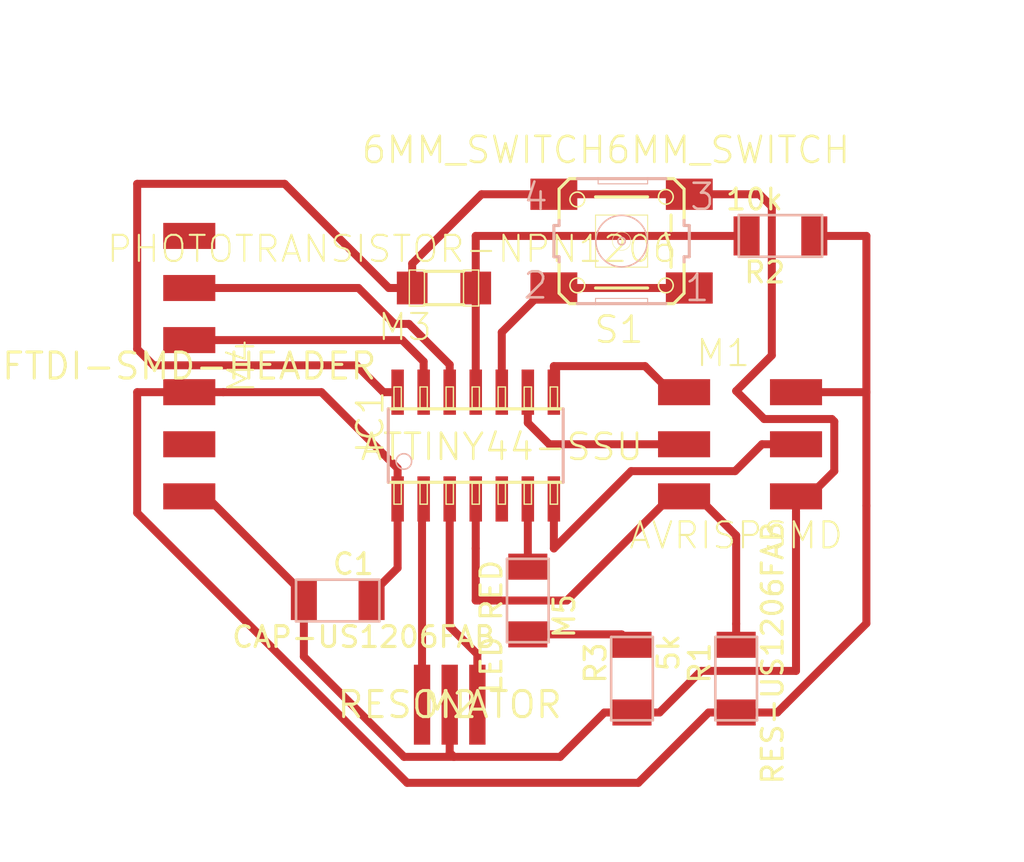
<source format=kicad_pcb>
(kicad_pcb (version 20171130) (host pcbnew "(5.0.2)-1")

  (general
    (thickness 1.6)
    (drawings 5)
    (tracks 105)
    (zones 0)
    (modules 11)
    (nets 18)
  )

  (page A4)
  (layers
    (0 F.Cu signal)
    (31 B.Cu signal hide)
    (32 B.Adhes user hide)
    (33 F.Adhes user hide)
    (34 B.Paste user hide)
    (35 F.Paste user hide)
    (36 B.SilkS user)
    (37 F.SilkS user)
    (38 B.Mask user)
    (39 F.Mask user)
    (40 Dwgs.User user)
    (41 Cmts.User user)
    (42 Eco1.User user)
    (43 Eco2.User user)
    (44 Edge.Cuts user)
    (45 Margin user)
    (46 B.CrtYd user hide)
    (47 F.CrtYd user hide)
    (48 B.Fab user hide)
    (49 F.Fab user hide)
  )

  (setup
    (last_trace_width 0.4064)
    (user_trace_width 0.8)
    (user_trace_width 1.2)
    (trace_clearance 0.4)
    (zone_clearance 0.508)
    (zone_45_only no)
    (trace_min 0.39)
    (segment_width 0.2)
    (edge_width 0.15)
    (via_size 2)
    (via_drill 0.8)
    (via_min_size 2)
    (via_min_drill 0.8)
    (uvia_size 0.3)
    (uvia_drill 0.1)
    (uvias_allowed no)
    (uvia_min_size 0.2)
    (uvia_min_drill 0.1)
    (pcb_text_width 0.3)
    (pcb_text_size 1.5 1.5)
    (mod_edge_width 0.15)
    (mod_text_size 1 1)
    (mod_text_width 0.15)
    (pad_size 1.524 1.524)
    (pad_drill 0.762)
    (pad_to_mask_clearance 0.051)
    (solder_mask_min_width 0.25)
    (aux_axis_origin 0 0)
    (visible_elements 7FFFFFFF)
    (pcbplotparams
      (layerselection 0x010fc_ffffffff)
      (usegerberextensions false)
      (usegerberattributes false)
      (usegerberadvancedattributes false)
      (creategerberjobfile false)
      (excludeedgelayer true)
      (linewidth 0.100000)
      (plotframeref false)
      (viasonmask false)
      (mode 1)
      (useauxorigin false)
      (hpglpennumber 1)
      (hpglpenspeed 20)
      (hpglpendiameter 15.000000)
      (psnegative false)
      (psa4output false)
      (plotreference true)
      (plotvalue true)
      (plotinvisibletext false)
      (padsonsilk false)
      (subtractmaskfromsilk false)
      (outputformat 1)
      (mirror false)
      (drillshape 1)
      (scaleselection 1)
      (outputdirectory "pcbklaar/outside"))
  )

  (net 0 "")
  (net 1 GND)
  (net 2 VCC)
  (net 3 /xtal1)
  (net 4 /xtal2)
  (net 5 /RST)
  (net 6 "Net-(IC1-Pad5)")
  (net 7 /LED)
  (net 8 /MOSI)
  (net 9 /MISO)
  (net 10 /SCK)
  (net 11 /button)
  (net 12 /sensor)
  (net 13 /RXD)
  (net 14 /TXD)
  (net 15 "Net-(M4-Pad2)")
  (net 16 "Net-(M4-Pad6)")
  (net 17 "Net-(M5-Pad2)")

  (net_class Default "This is the default net class."
    (clearance 0.4)
    (trace_width 0.4064)
    (via_dia 2)
    (via_drill 0.8)
    (uvia_dia 0.3)
    (uvia_drill 0.1)
    (diff_pair_gap 0.25)
    (diff_pair_width 0.39)
    (add_net /LED)
    (add_net /MISO)
    (add_net /MOSI)
    (add_net /RST)
    (add_net /RXD)
    (add_net /SCK)
    (add_net /TXD)
    (add_net /button)
    (add_net /sensor)
    (add_net /xtal1)
    (add_net /xtal2)
    (add_net GND)
    (add_net "Net-(IC1-Pad5)")
    (add_net "Net-(M4-Pad2)")
    (add_net "Net-(M4-Pad6)")
    (add_net "Net-(M5-Pad2)")
    (add_net VCC)
  )

  (module fab:fab-C1206FAB (layer F.Cu) (tedit 200000) (tstamp 5C7C0211)
    (at 127.889 106.68)
    (path /5C79369B)
    (attr smd)
    (fp_text reference C1 (at 0.762 -1.778) (layer F.SilkS)
      (effects (font (size 1.016 1.016) (thickness 0.1524)))
    )
    (fp_text value CAP-US1206FAB (at 1.27 1.778) (layer F.SilkS)
      (effects (font (size 1.016 1.016) (thickness 0.1524)))
    )
    (fp_line (start -2.032 -1.016) (end 2.032 -1.016) (layer B.SilkS) (width 0.127))
    (fp_line (start 2.032 -1.016) (end 2.032 1.016) (layer B.SilkS) (width 0.127))
    (fp_line (start 2.032 1.016) (end -2.032 1.016) (layer B.SilkS) (width 0.127))
    (fp_line (start -2.032 1.016) (end -2.032 -1.016) (layer B.SilkS) (width 0.127))
    (pad 1 smd rect (at -1.651 0) (size 1.27 1.905) (layers F.Cu F.Paste F.Mask)
      (net 1 GND))
    (pad 2 smd rect (at 1.651 0) (size 1.27 1.905) (layers F.Cu F.Paste F.Mask)
      (net 2 VCC))
  )

  (module fab:fab-SOIC14 (layer F.Cu) (tedit 200000) (tstamp 5C7C0260)
    (at 134.62 99.1235)
    (descr "SMALL OUTLINE PACKAGE")
    (tags "SMALL OUTLINE PACKAGE")
    (path /5C77D9C3)
    (attr smd)
    (fp_text reference IC1 (at -5.1435 -1.143 90) (layer F.SilkS)
      (effects (font (size 1.27 1.27) (thickness 0.127)))
    )
    (fp_text value ATTINY44-SSU (at 1.27 0.0635) (layer F.SilkS)
      (effects (font (size 1.27 1.27) (thickness 0.127)))
    )
    (fp_line (start -3.9878 -1.8415) (end -3.62966 -1.8415) (layer F.SilkS) (width 0.06604))
    (fp_line (start -3.62966 -1.8415) (end -3.62966 -2.8575) (layer F.SilkS) (width 0.06604))
    (fp_line (start -3.9878 -2.8575) (end -3.62966 -2.8575) (layer F.SilkS) (width 0.06604))
    (fp_line (start -3.9878 -1.8415) (end -3.9878 -2.8575) (layer F.SilkS) (width 0.06604))
    (fp_line (start -2.7178 -1.8415) (end -2.3622 -1.8415) (layer F.SilkS) (width 0.06604))
    (fp_line (start -2.3622 -1.8415) (end -2.3622 -2.8575) (layer F.SilkS) (width 0.06604))
    (fp_line (start -2.7178 -2.8575) (end -2.3622 -2.8575) (layer F.SilkS) (width 0.06604))
    (fp_line (start -2.7178 -1.8415) (end -2.7178 -2.8575) (layer F.SilkS) (width 0.06604))
    (fp_line (start -1.4478 -1.8415) (end -1.08966 -1.8415) (layer F.SilkS) (width 0.06604))
    (fp_line (start -1.08966 -1.8415) (end -1.08966 -2.8575) (layer F.SilkS) (width 0.06604))
    (fp_line (start -1.4478 -2.8575) (end -1.08966 -2.8575) (layer F.SilkS) (width 0.06604))
    (fp_line (start -1.4478 -1.8415) (end -1.4478 -2.8575) (layer F.SilkS) (width 0.06604))
    (fp_line (start -0.1778 -1.8415) (end 0.1778 -1.8415) (layer F.SilkS) (width 0.06604))
    (fp_line (start 0.1778 -1.8415) (end 0.1778 -2.8575) (layer F.SilkS) (width 0.06604))
    (fp_line (start -0.1778 -2.8575) (end 0.1778 -2.8575) (layer F.SilkS) (width 0.06604))
    (fp_line (start -0.1778 -1.8415) (end -0.1778 -2.8575) (layer F.SilkS) (width 0.06604))
    (fp_line (start 1.08966 -1.8415) (end 1.4478 -1.8415) (layer F.SilkS) (width 0.06604))
    (fp_line (start 1.4478 -1.8415) (end 1.4478 -2.8575) (layer F.SilkS) (width 0.06604))
    (fp_line (start 1.08966 -2.8575) (end 1.4478 -2.8575) (layer F.SilkS) (width 0.06604))
    (fp_line (start 1.08966 -1.8415) (end 1.08966 -2.8575) (layer F.SilkS) (width 0.06604))
    (fp_line (start 2.3622 -1.8415) (end 2.7178 -1.8415) (layer F.SilkS) (width 0.06604))
    (fp_line (start 2.7178 -1.8415) (end 2.7178 -2.8575) (layer F.SilkS) (width 0.06604))
    (fp_line (start 2.3622 -2.8575) (end 2.7178 -2.8575) (layer F.SilkS) (width 0.06604))
    (fp_line (start 2.3622 -1.8415) (end 2.3622 -2.8575) (layer F.SilkS) (width 0.06604))
    (fp_line (start 3.62966 -1.8415) (end 3.9878 -1.8415) (layer F.SilkS) (width 0.06604))
    (fp_line (start 3.9878 -1.8415) (end 3.9878 -2.8575) (layer F.SilkS) (width 0.06604))
    (fp_line (start 3.62966 -2.8575) (end 3.9878 -2.8575) (layer F.SilkS) (width 0.06604))
    (fp_line (start 3.62966 -1.8415) (end 3.62966 -2.8575) (layer F.SilkS) (width 0.06604))
    (fp_line (start 3.62966 2.8575) (end 3.9878 2.8575) (layer F.SilkS) (width 0.06604))
    (fp_line (start 3.9878 2.8575) (end 3.9878 1.8415) (layer F.SilkS) (width 0.06604))
    (fp_line (start 3.62966 1.8415) (end 3.9878 1.8415) (layer F.SilkS) (width 0.06604))
    (fp_line (start 3.62966 2.8575) (end 3.62966 1.8415) (layer F.SilkS) (width 0.06604))
    (fp_line (start 2.3622 2.8575) (end 2.7178 2.8575) (layer F.SilkS) (width 0.06604))
    (fp_line (start 2.7178 2.8575) (end 2.7178 1.8415) (layer F.SilkS) (width 0.06604))
    (fp_line (start 2.3622 1.8415) (end 2.7178 1.8415) (layer F.SilkS) (width 0.06604))
    (fp_line (start 2.3622 2.8575) (end 2.3622 1.8415) (layer F.SilkS) (width 0.06604))
    (fp_line (start 1.08966 2.8575) (end 1.4478 2.8575) (layer F.SilkS) (width 0.06604))
    (fp_line (start 1.4478 2.8575) (end 1.4478 1.8415) (layer F.SilkS) (width 0.06604))
    (fp_line (start 1.08966 1.8415) (end 1.4478 1.8415) (layer F.SilkS) (width 0.06604))
    (fp_line (start 1.08966 2.8575) (end 1.08966 1.8415) (layer F.SilkS) (width 0.06604))
    (fp_line (start -0.1778 2.8575) (end 0.1778 2.8575) (layer F.SilkS) (width 0.06604))
    (fp_line (start 0.1778 2.8575) (end 0.1778 1.8415) (layer F.SilkS) (width 0.06604))
    (fp_line (start -0.1778 1.8415) (end 0.1778 1.8415) (layer F.SilkS) (width 0.06604))
    (fp_line (start -0.1778 2.8575) (end -0.1778 1.8415) (layer F.SilkS) (width 0.06604))
    (fp_line (start -1.4478 2.8575) (end -1.08966 2.8575) (layer F.SilkS) (width 0.06604))
    (fp_line (start -1.08966 2.8575) (end -1.08966 1.8415) (layer F.SilkS) (width 0.06604))
    (fp_line (start -1.4478 1.8415) (end -1.08966 1.8415) (layer F.SilkS) (width 0.06604))
    (fp_line (start -1.4478 2.8575) (end -1.4478 1.8415) (layer F.SilkS) (width 0.06604))
    (fp_line (start -2.7178 2.8575) (end -2.3622 2.8575) (layer F.SilkS) (width 0.06604))
    (fp_line (start -2.3622 2.8575) (end -2.3622 1.8415) (layer F.SilkS) (width 0.06604))
    (fp_line (start -2.7178 1.8415) (end -2.3622 1.8415) (layer F.SilkS) (width 0.06604))
    (fp_line (start -2.7178 2.8575) (end -2.7178 1.8415) (layer F.SilkS) (width 0.06604))
    (fp_line (start -3.9878 2.8575) (end -3.62966 2.8575) (layer F.SilkS) (width 0.06604))
    (fp_line (start -3.62966 2.8575) (end -3.62966 1.8415) (layer F.SilkS) (width 0.06604))
    (fp_line (start -3.9878 1.8415) (end -3.62966 1.8415) (layer F.SilkS) (width 0.06604))
    (fp_line (start -3.9878 2.8575) (end -3.9878 1.8415) (layer F.SilkS) (width 0.06604))
    (fp_line (start -4.26466 1.7907) (end 4.26466 1.7907) (layer F.SilkS) (width 0.1524))
    (fp_line (start 4.26466 1.7907) (end 4.26466 -1.7907) (layer B.SilkS) (width 0.1524))
    (fp_line (start 4.26466 -1.7907) (end -4.26466 -1.7907) (layer F.SilkS) (width 0.1524))
    (fp_line (start -4.26466 -1.7907) (end -4.26466 1.7907) (layer B.SilkS) (width 0.1524))
    (fp_circle (center -3.5052 0.7747) (end -3.7719 1.0414) (layer B.SilkS) (width 0.0762))
    (pad 1 smd rect (at -3.81 2.6035) (size 0.6096 2.20726) (layers F.Cu F.Paste F.Mask)
      (net 2 VCC))
    (pad 2 smd rect (at -2.54 2.6035) (size 0.6096 2.20726) (layers F.Cu F.Paste F.Mask)
      (net 3 /xtal1))
    (pad 3 smd rect (at -1.27 2.6035) (size 0.6096 2.20726) (layers F.Cu F.Paste F.Mask)
      (net 4 /xtal2))
    (pad 4 smd rect (at 0 2.6035) (size 0.6096 2.20726) (layers F.Cu F.Paste F.Mask)
      (net 5 /RST))
    (pad 5 smd rect (at 1.27 2.6035) (size 0.6096 2.20726) (layers F.Cu F.Paste F.Mask)
      (net 6 "Net-(IC1-Pad5)"))
    (pad 6 smd rect (at 2.54 2.6035) (size 0.6096 2.20726) (layers F.Cu F.Paste F.Mask)
      (net 7 /LED))
    (pad 7 smd rect (at 3.81 2.6035) (size 0.6096 2.20726) (layers F.Cu F.Paste F.Mask)
      (net 8 /MOSI))
    (pad 8 smd rect (at 3.81 -2.6035) (size 0.6096 2.20726) (layers F.Cu F.Paste F.Mask)
      (net 9 /MISO))
    (pad 9 smd rect (at 2.54 -2.6035) (size 0.6096 2.20726) (layers F.Cu F.Paste F.Mask)
      (net 10 /SCK))
    (pad 10 smd rect (at 1.27 -2.6035) (size 0.6096 2.20726) (layers F.Cu F.Paste F.Mask)
      (net 11 /button))
    (pad 11 smd rect (at 0 -2.6035) (size 0.6096 2.20726) (layers F.Cu F.Paste F.Mask)
      (net 12 /sensor))
    (pad 12 smd rect (at -1.27 -2.6035) (size 0.6096 2.20726) (layers F.Cu F.Paste F.Mask)
      (net 13 /RXD))
    (pad 13 smd rect (at -2.54 -2.6035) (size 0.6096 2.20726) (layers F.Cu F.Paste F.Mask)
      (net 14 /TXD))
    (pad 14 smd rect (at -3.81 -2.6035) (size 0.6096 2.20726) (layers F.Cu F.Paste F.Mask)
      (net 1 GND))
  )

  (module fab:fab-2X03SMD (layer F.Cu) (tedit 200000) (tstamp 5C7C026A)
    (at 147.32 99.06)
    (path /5C792F76)
    (attr smd)
    (fp_text reference M1 (at -0.635 -4.445) (layer F.SilkS)
      (effects (font (size 1.27 1.27) (thickness 0.1016)))
    )
    (fp_text value AVRISPSMD (at 0 4.445) (layer F.SilkS)
      (effects (font (size 1.27 1.27) (thickness 0.1016)))
    )
    (pad 1 smd rect (at -2.54 -2.54) (size 2.54 1.27) (layers F.Cu F.Paste F.Mask)
      (net 9 /MISO))
    (pad 2 smd rect (at 2.91846 -2.54) (size 2.54 1.27) (layers F.Cu F.Paste F.Mask)
      (net 2 VCC))
    (pad 3 smd rect (at -2.54 0) (size 2.54 1.27) (layers F.Cu F.Paste F.Mask)
      (net 10 /SCK))
    (pad 4 smd rect (at 2.91846 0) (size 2.54 1.27) (layers F.Cu F.Paste F.Mask)
      (net 8 /MOSI))
    (pad 5 smd rect (at -2.54 2.54) (size 2.54 1.27) (layers F.Cu F.Paste F.Mask)
      (net 5 /RST))
    (pad 6 smd rect (at 2.91846 2.54) (size 2.54 1.27) (layers F.Cu F.Paste F.Mask)
      (net 1 GND))
  )

  (module fab:fab-EFOBM (layer F.Cu) (tedit 200000) (tstamp 5C7C0271)
    (at 133.35 111.76)
    (path /5C798E9D)
    (attr smd)
    (fp_text reference M2 (at 0 0) (layer F.SilkS)
      (effects (font (size 1.27 1.27) (thickness 0.15)))
    )
    (fp_text value RESONATOR (at 0 0) (layer F.SilkS)
      (effects (font (size 1.27 1.27) (thickness 0.15)))
    )
    (pad 1 smd rect (at -1.34874 0 90) (size 3.8989 0.79756) (layers F.Cu F.Paste F.Mask)
      (net 3 /xtal1))
    (pad 2 smd rect (at 0 0 270) (size 3.8989 0.79756) (layers F.Cu F.Paste F.Mask)
      (net 1 GND))
    (pad 3 smd rect (at 1.34874 0 270) (size 3.8989 0.79756) (layers F.Cu F.Paste F.Mask)
      (net 4 /xtal2))
  )

  (module fab:fab-OP1206 (layer F.Cu) (tedit 200000) (tstamp 5C7C0281)
    (at 133.0706 91.44 180)
    (path /5C79418B)
    (attr smd)
    (fp_text reference M3 (at 1.905 -1.905 180) (layer F.SilkS)
      (effects (font (size 1.27 1.27) (thickness 0.1016)))
    )
    (fp_text value PHOTOTRANSISTOR-NPN1206 (at 2.54 1.905 180) (layer F.SilkS)
      (effects (font (size 1.27 1.27) (thickness 0.1016)))
    )
    (fp_line (start -1.6891 0.8763) (end -0.9525 0.8763) (layer F.SilkS) (width 0.06604))
    (fp_line (start -0.9525 0.8763) (end -0.9525 -0.8763) (layer F.SilkS) (width 0.06604))
    (fp_line (start -1.6891 -0.8763) (end -0.9525 -0.8763) (layer F.SilkS) (width 0.06604))
    (fp_line (start -1.6891 0.8763) (end -1.6891 -0.8763) (layer F.SilkS) (width 0.06604))
    (fp_line (start 0.9525 0.8763) (end 1.6891 0.8763) (layer F.SilkS) (width 0.06604))
    (fp_line (start 1.6891 0.8763) (end 1.6891 -0.8763) (layer F.SilkS) (width 0.06604))
    (fp_line (start 0.9525 -0.8763) (end 1.6891 -0.8763) (layer F.SilkS) (width 0.06604))
    (fp_line (start 0.9525 0.8763) (end 0.9525 -0.8763) (layer F.SilkS) (width 0.06604))
    (fp_line (start 0.9525 0.8128) (end -0.9652 0.8128) (layer F.SilkS) (width 0.1524))
    (fp_line (start 0.9525 -0.8128) (end -0.9652 -0.8128) (layer F.SilkS) (width 0.1524))
    (pad COLLECTOR smd rect (at -1.5494 0 180) (size 1.4986 1.59766) (layers F.Cu F.Paste F.Mask)
      (net 12 /sensor))
    (pad EMITTER smd rect (at 1.5494 0 180) (size 1.4986 1.59766) (layers F.Cu F.Paste F.Mask)
      (net 1 GND))
  )

  (module fab:fab-1X06SMD (layer F.Cu) (tedit 5C7C1153) (tstamp 5C7C028B)
    (at 120.65 95.25 180)
    (path /5C7933E6)
    (attr smd)
    (fp_text reference M4 (at -2.54 0 270) (layer F.SilkS)
      (effects (font (size 1.27 1.27) (thickness 0.1016)))
    )
    (fp_text value FTDI-SMD-HEADER (at 0 0 180) (layer F.SilkS)
      (effects (font (size 1.27 1.27) (thickness 0.15)))
    )
    (pad 1 smd rect (at 0 -6.35 180) (size 2.54 1.27) (layers F.Cu F.Paste F.Mask)
      (net 1 GND))
    (pad 2 smd rect (at 0 -3.81 180) (size 2.54 1.27) (layers F.Cu F.Paste F.Mask)
      (net 15 "Net-(M4-Pad2)"))
    (pad 3 smd rect (at 0 -1.27 180) (size 2.54 1.27) (layers F.Cu F.Paste F.Mask)
      (net 2 VCC))
    (pad 4 smd rect (at 0 1.27 180) (size 2.54 1.27) (layers F.Cu F.Paste F.Mask)
      (net 14 /TXD))
    (pad 5 smd rect (at 0 3.81 180) (size 2.54 1.27) (layers F.Cu F.Paste F.Mask)
      (net 13 /RXD))
    (pad 6 smd rect (at 0 6.35 180) (size 2.54 1.27) (layers F.Cu F.Paste F.Mask)
      (net 16 "Net-(M4-Pad6)"))
  )

  (module fab:fab-LED1206FAB (layer F.Cu) (tedit 200000) (tstamp 5C7C0295)
    (at 137.16 106.68 270)
    (descr "LED1206 FAB STYLE (SMALLER PADS TO ALLOW TRACE BETWEEN)")
    (tags "LED1206 FAB STYLE (SMALLER PADS TO ALLOW TRACE BETWEEN)")
    (path /5C794281)
    (attr smd)
    (fp_text reference M5 (at 0.762 -1.778 270) (layer F.SilkS)
      (effects (font (size 1.016 1.016) (thickness 0.1524)))
    )
    (fp_text value "LED RED" (at 1.27 1.778 270) (layer F.SilkS)
      (effects (font (size 1.016 1.016) (thickness 0.1524)))
    )
    (fp_line (start -2.032 -1.016) (end 2.032 -1.016) (layer B.SilkS) (width 0.127))
    (fp_line (start 2.032 -1.016) (end 2.032 1.016) (layer B.SilkS) (width 0.127))
    (fp_line (start 2.032 1.016) (end -2.032 1.016) (layer B.SilkS) (width 0.127))
    (fp_line (start -2.032 1.016) (end -2.032 -1.016) (layer B.SilkS) (width 0.127))
    (pad 1 smd rect (at -1.651 0 270) (size 1.27 1.905) (layers F.Cu F.Paste F.Mask)
      (net 7 /LED))
    (pad 2 smd rect (at 1.651 0 270) (size 1.27 1.905) (layers F.Cu F.Paste F.Mask)
      (net 17 "Net-(M5-Pad2)"))
  )

  (module fab:fab-R1206FAB (layer F.Cu) (tedit 200000) (tstamp 5C7C029F)
    (at 147.32 110.49 90)
    (path /5C77DC53)
    (attr smd)
    (fp_text reference R1 (at 0.762 -1.778 90) (layer F.SilkS)
      (effects (font (size 1.016 1.016) (thickness 0.1524)))
    )
    (fp_text value RES-US1206FAB (at 1.27 1.778 90) (layer F.SilkS)
      (effects (font (size 1.016 1.016) (thickness 0.1524)))
    )
    (fp_line (start -2.032 -1.016) (end 2.032 -1.016) (layer B.SilkS) (width 0.127))
    (fp_line (start 2.032 -1.016) (end 2.032 1.016) (layer B.SilkS) (width 0.127))
    (fp_line (start 2.032 1.016) (end -2.032 1.016) (layer B.SilkS) (width 0.127))
    (fp_line (start -2.032 1.016) (end -2.032 -1.016) (layer B.SilkS) (width 0.127))
    (pad 1 smd rect (at -1.651 0 90) (size 1.27 1.905) (layers F.Cu F.Paste F.Mask)
      (net 2 VCC))
    (pad 2 smd rect (at 1.651 0 90) (size 1.27 1.905) (layers F.Cu F.Paste F.Mask)
      (net 5 /RST))
  )

  (module fab:fab-R1206FAB (layer F.Cu) (tedit 200000) (tstamp 5C7C02A9)
    (at 149.479 88.9 180)
    (path /5C793A8E)
    (attr smd)
    (fp_text reference R2 (at 0.762 -1.778 180) (layer F.SilkS)
      (effects (font (size 1.016 1.016) (thickness 0.1524)))
    )
    (fp_text value 10k (at 1.27 1.778 180) (layer F.SilkS)
      (effects (font (size 1.016 1.016) (thickness 0.1524)))
    )
    (fp_line (start -2.032 1.016) (end -2.032 -1.016) (layer B.SilkS) (width 0.127))
    (fp_line (start 2.032 1.016) (end -2.032 1.016) (layer B.SilkS) (width 0.127))
    (fp_line (start 2.032 -1.016) (end 2.032 1.016) (layer B.SilkS) (width 0.127))
    (fp_line (start -2.032 -1.016) (end 2.032 -1.016) (layer B.SilkS) (width 0.127))
    (pad 2 smd rect (at 1.651 0 180) (size 1.27 1.905) (layers F.Cu F.Paste F.Mask)
      (net 12 /sensor))
    (pad 1 smd rect (at -1.651 0 180) (size 1.27 1.905) (layers F.Cu F.Paste F.Mask)
      (net 2 VCC))
  )

  (module fab:fab-R1206FAB (layer F.Cu) (tedit 200000) (tstamp 5C7C02B3)
    (at 142.24 110.49 90)
    (path /5C793E63)
    (attr smd)
    (fp_text reference R3 (at 0.762 -1.778 90) (layer F.SilkS)
      (effects (font (size 1.016 1.016) (thickness 0.1524)))
    )
    (fp_text value 5k (at 1.27 1.778 90) (layer F.SilkS)
      (effects (font (size 1.016 1.016) (thickness 0.1524)))
    )
    (fp_line (start -2.032 -1.016) (end 2.032 -1.016) (layer B.SilkS) (width 0.127))
    (fp_line (start 2.032 -1.016) (end 2.032 1.016) (layer B.SilkS) (width 0.127))
    (fp_line (start 2.032 1.016) (end -2.032 1.016) (layer B.SilkS) (width 0.127))
    (fp_line (start -2.032 1.016) (end -2.032 -1.016) (layer B.SilkS) (width 0.127))
    (pad 1 smd rect (at -1.651 0 90) (size 1.27 1.905) (layers F.Cu F.Paste F.Mask)
      (net 1 GND))
    (pad 2 smd rect (at 1.651 0 90) (size 1.27 1.905) (layers F.Cu F.Paste F.Mask)
      (net 17 "Net-(M5-Pad2)"))
  )

  (module fab1:fab-6MM_SWITCH (layer F.Cu) (tedit 200000) (tstamp 5C7C02F1)
    (at 141.732 89.154 180)
    (descr "OMRON SWITCH")
    (tags "OMRON SWITCH")
    (path /5C7CB245)
    (attr smd)
    (fp_text reference S1 (at 0.127 -4.318 180) (layer F.SilkS)
      (effects (font (size 1.27 1.27) (thickness 0.127)))
    )
    (fp_text value 6MM_SWITCH6MM_SWITCH (at 0.762 4.445 180) (layer F.SilkS)
      (effects (font (size 1.27 1.27) (thickness 0.127)))
    )
    (fp_line (start 3.302 0.762) (end 3.048 0.762) (layer B.SilkS) (width 0.1524))
    (fp_line (start 3.302 0.762) (end 3.302 -0.762) (layer B.SilkS) (width 0.1524))
    (fp_line (start 3.048 -0.762) (end 3.302 -0.762) (layer B.SilkS) (width 0.1524))
    (fp_line (start 3.048 -1.016) (end 3.048 -2.54) (layer F.SilkS) (width 0.1524))
    (fp_line (start -3.302 -0.762) (end -3.048 -0.762) (layer B.SilkS) (width 0.1524))
    (fp_line (start -3.302 -0.762) (end -3.302 0.762) (layer B.SilkS) (width 0.1524))
    (fp_line (start -3.048 0.762) (end -3.302 0.762) (layer B.SilkS) (width 0.1524))
    (fp_line (start 3.048 -2.54) (end 2.54 -3.048) (layer F.SilkS) (width 0.1524))
    (fp_line (start 2.54 3.048) (end 3.048 2.54) (layer F.SilkS) (width 0.1524))
    (fp_line (start 3.048 2.54) (end 3.048 1.016) (layer F.SilkS) (width 0.1524))
    (fp_line (start -2.54 -3.048) (end -3.048 -2.54) (layer F.SilkS) (width 0.1524))
    (fp_line (start -3.048 -2.54) (end -3.048 -1.016) (layer F.SilkS) (width 0.1524))
    (fp_line (start -2.54 3.048) (end -3.048 2.54) (layer F.SilkS) (width 0.1524))
    (fp_line (start -3.048 2.54) (end -3.048 1.016) (layer F.SilkS) (width 0.1524))
    (fp_line (start -1.27 -1.27) (end -1.27 1.27) (layer F.SilkS) (width 0.0508))
    (fp_line (start 1.27 1.27) (end -1.27 1.27) (layer F.SilkS) (width 0.0508))
    (fp_line (start 1.27 1.27) (end 1.27 -1.27) (layer F.SilkS) (width 0.0508))
    (fp_line (start -1.27 -1.27) (end 1.27 -1.27) (layer F.SilkS) (width 0.0508))
    (fp_line (start -1.27 -3.048) (end -1.27 -2.794) (layer B.SilkS) (width 0.0508))
    (fp_line (start 1.27 -2.794) (end -1.27 -2.794) (layer B.SilkS) (width 0.0508))
    (fp_line (start 1.27 -2.794) (end 1.27 -3.048) (layer B.SilkS) (width 0.0508))
    (fp_line (start 1.143 2.794) (end -1.27 2.794) (layer B.SilkS) (width 0.0508))
    (fp_line (start 1.143 2.794) (end 1.143 3.048) (layer B.SilkS) (width 0.0508))
    (fp_line (start -1.27 2.794) (end -1.27 3.048) (layer B.SilkS) (width 0.0508))
    (fp_line (start 2.54 3.048) (end 2.159 3.048) (layer F.SilkS) (width 0.1524))
    (fp_line (start -2.54 3.048) (end -2.159 3.048) (layer F.SilkS) (width 0.1524))
    (fp_line (start -2.159 3.048) (end -1.27 3.048) (layer B.SilkS) (width 0.1524))
    (fp_line (start -2.54 -3.048) (end -2.159 -3.048) (layer F.SilkS) (width 0.1524))
    (fp_line (start 2.54 -3.048) (end 2.159 -3.048) (layer F.SilkS) (width 0.1524))
    (fp_line (start 2.159 -3.048) (end 1.27 -3.048) (layer B.SilkS) (width 0.1524))
    (fp_line (start 1.27 -3.048) (end -1.27 -3.048) (layer B.SilkS) (width 0.1524))
    (fp_line (start -1.27 -3.048) (end -2.159 -3.048) (layer B.SilkS) (width 0.1524))
    (fp_line (start -1.27 3.048) (end 1.143 3.048) (layer B.SilkS) (width 0.1524))
    (fp_line (start 1.143 3.048) (end 2.159 3.048) (layer B.SilkS) (width 0.1524))
    (fp_line (start 3.048 0.762) (end 3.048 1.016) (layer B.SilkS) (width 0.1524))
    (fp_line (start 3.048 -0.762) (end 3.048 -1.016) (layer B.SilkS) (width 0.1524))
    (fp_line (start -3.048 0.762) (end -3.048 1.016) (layer B.SilkS) (width 0.1524))
    (fp_line (start -3.048 -0.762) (end -3.048 -1.016) (layer B.SilkS) (width 0.1524))
    (fp_line (start -1.27 2.159) (end 1.27 2.159) (layer F.SilkS) (width 0.1524))
    (fp_line (start 1.27 -2.286) (end -1.27 -2.286) (layer F.SilkS) (width 0.1524))
    (fp_line (start -2.413 -1.27) (end -2.413 -0.508) (layer F.SilkS) (width 0.1524))
    (fp_line (start -2.413 0.508) (end -2.413 1.27) (layer F.SilkS) (width 0.1524))
    (fp_line (start -2.413 -0.508) (end -2.159 0.381) (layer F.SilkS) (width 0.1524))
    (fp_circle (center 0 0) (end -0.889 0.889) (layer B.SilkS) (width 0.0762))
    (fp_circle (center -2.159 2.159) (end -2.413 2.413) (layer F.SilkS) (width 0.0762))
    (fp_circle (center 2.159 2.032) (end 2.413 2.286) (layer F.SilkS) (width 0.0762))
    (fp_circle (center 2.159 -2.159) (end 2.413 -2.413) (layer F.SilkS) (width 0.0762))
    (fp_circle (center -2.159 -2.159) (end -2.413 -2.413) (layer F.SilkS) (width 0.0762))
    (fp_circle (center 0 0) (end -0.3175 0.3175) (layer F.SilkS) (width 0.0254))
    (fp_circle (center 0 0) (end -0.127 0.127) (layer B.SilkS) (width 0.0762))
    (fp_text user 1 (at -3.683 -2.286 180) (layer B.SilkS)
      (effects (font (size 1.27 1.27) (thickness 0.127)))
    )
    (fp_text user 2 (at 4.191 -2.159 180) (layer B.SilkS)
      (effects (font (size 1.27 1.27) (thickness 0.127)))
    )
    (fp_text user 3 (at -3.937 2.159 180) (layer B.SilkS)
      (effects (font (size 1.27 1.27) (thickness 0.127)))
    )
    (fp_text user 4 (at 4.191 2.159 180) (layer B.SilkS)
      (effects (font (size 1.27 1.27) (thickness 0.127)))
    )
    (pad 1 smd rect (at -3.302 -2.286 180) (size 2.286 1.524) (layers F.Cu F.Paste F.Mask)
      (net 11 /button))
    (pad 2 smd rect (at 3.302 -2.286 180) (size 2.286 1.524) (layers F.Cu F.Paste F.Mask)
      (net 11 /button))
    (pad 3 smd rect (at -3.302 2.286 180) (size 2.286 1.524) (layers F.Cu F.Paste F.Mask)
      (net 1 GND))
    (pad 4 smd rect (at 3.302 2.286 180) (size 2.286 1.524) (layers F.Cu F.Paste F.Mask)
      (net 1 GND))
  )

  (gr_line (start 161.29 119.38) (end 116.84 119.38) (layer Margin) (width 0.15))
  (gr_line (start 161.29 77.47) (end 161.29 119.38) (layer Margin) (width 0.15))
  (gr_line (start 156.21 77.47) (end 161.29 77.47) (layer Margin) (width 0.15))
  (gr_line (start 116.84 77.47) (end 156.21 77.47) (layer Margin) (width 0.15))
  (gr_line (start 116.84 119.38) (end 116.84 77.47) (layer Margin) (width 0.15))

  (segment (start 150.23846 101.6) (end 150.23846 102.625) (width 0.39) (layer F.Cu) (net 1))
  (segment (start 142.5575 112.141) (end 142.24 112.141) (width 0.39) (layer F.Cu) (net 1))
  (segment (start 140.8975 112.141) (end 142.24 112.141) (width 0.39) (layer F.Cu) (net 1))
  (segment (start 138.734049 114.304451) (end 140.8975 112.141) (width 0.39) (layer F.Cu) (net 1))
  (segment (start 133.555001 114.304451) (end 138.734049 114.304451) (width 0.39) (layer F.Cu) (net 1))
  (segment (start 133.35 114.09945) (end 133.555001 114.304451) (width 0.39) (layer F.Cu) (net 1))
  (segment (start 133.35 111.76) (end 133.35 114.09945) (width 0.39) (layer F.Cu) (net 1))
  (segment (start 131.126479 114.304451) (end 133.555001 114.304451) (width 0.39) (layer F.Cu) (net 1))
  (segment (start 126.238 109.415972) (end 131.126479 114.304451) (width 0.39) (layer F.Cu) (net 1))
  (segment (start 126.238 106.68) (end 126.238 109.415972) (width 0.39) (layer F.Cu) (net 1))
  (segment (start 121.4755 101.6) (end 120.65 101.6) (width 0.39) (layer F.Cu) (net 1))
  (segment (start 126.238 106.3625) (end 121.4755 101.6) (width 0.39) (layer F.Cu) (net 1))
  (segment (start 126.238 106.68) (end 126.238 106.3625) (width 0.39) (layer F.Cu) (net 1))
  (segment (start 143.5825 112.141) (end 142.24 112.141) (width 0.39) (layer F.Cu) (net 1))
  (segment (start 145.61196 110.11154) (end 143.5825 112.141) (width 0.39) (layer F.Cu) (net 1))
  (segment (start 150.23846 110.11154) (end 145.61196 110.11154) (width 0.39) (layer F.Cu) (net 1))
  (segment (start 150.23846 101.6) (end 150.23846 110.11154) (width 0.39) (layer F.Cu) (net 1))
  (segment (start 130.3819 91.44) (end 131.5212 91.44) (width 0.39) (layer F.Cu) (net 1))
  (segment (start 130.1152 96.52) (end 128.805201 95.210001) (width 0.39) (layer F.Cu) (net 1))
  (segment (start 128.805201 95.210001) (end 118.903999 95.210001) (width 0.39) (layer F.Cu) (net 1))
  (segment (start 125.3019 86.36) (end 130.3819 91.44) (width 0.39) (layer F.Cu) (net 1))
  (segment (start 118.903999 95.210001) (end 118.11 94.416002) (width 0.39) (layer F.Cu) (net 1))
  (segment (start 130.81 96.52) (end 130.1152 96.52) (width 0.39) (layer F.Cu) (net 1))
  (segment (start 118.11 94.416002) (end 118.11 86.36) (width 0.39) (layer F.Cu) (net 1))
  (segment (start 118.11 86.36) (end 125.3019 86.36) (width 0.39) (layer F.Cu) (net 1))
  (segment (start 145.034 86.868) (end 138.43 86.868) (width 0.39) (layer F.Cu) (net 1))
  (segment (start 131.5212 90.25117) (end 131.5212 91.44) (width 0.39) (layer F.Cu) (net 1))
  (segment (start 134.90437 86.868) (end 131.5212 90.25117) (width 0.39) (layer F.Cu) (net 1))
  (segment (start 138.43 86.868) (end 134.90437 86.868) (width 0.39) (layer F.Cu) (net 1))
  (segment (start 152.103461 100.369999) (end 150.87346 101.6) (width 0.39) (layer F.Cu) (net 1))
  (segment (start 152.103461 97.948999) (end 152.103461 100.369999) (width 0.39) (layer F.Cu) (net 1))
  (segment (start 151.984461 97.829999) (end 152.103461 97.948999) (width 0.39) (layer F.Cu) (net 1))
  (segment (start 150.87346 101.6) (end 150.23846 101.6) (width 0.39) (layer F.Cu) (net 1))
  (segment (start 147.32 96.462458) (end 148.687541 97.829999) (width 0.39) (layer F.Cu) (net 1))
  (segment (start 149.058001 94.724457) (end 147.32 96.462458) (width 0.39) (layer F.Cu) (net 1))
  (segment (start 148.687541 97.829999) (end 151.984461 97.829999) (width 0.39) (layer F.Cu) (net 1))
  (segment (start 145.034 86.868) (end 148.454502 86.868) (width 0.39) (layer F.Cu) (net 1))
  (segment (start 148.454502 86.868) (end 149.058001 87.471499) (width 0.39) (layer F.Cu) (net 1))
  (segment (start 149.058001 87.471499) (end 149.058001 94.724457) (width 0.39) (layer F.Cu) (net 1))
  (segment (start 129.54 106.3625) (end 130.81 105.0925) (width 0.39) (layer F.Cu) (net 2))
  (segment (start 129.54 106.68) (end 129.54 106.3625) (width 0.39) (layer F.Cu) (net 2))
  (segment (start 130.81 105.0925) (end 130.81 101.727) (width 0.39) (layer F.Cu) (net 2))
  (segment (start 122.31 96.52) (end 120.65 96.52) (width 0.39) (layer F.Cu) (net 2))
  (segment (start 127.09663 96.52) (end 122.31 96.52) (width 0.39) (layer F.Cu) (net 2))
  (segment (start 130.81 100.23337) (end 127.09663 96.52) (width 0.39) (layer F.Cu) (net 2))
  (segment (start 130.81 101.727) (end 130.81 100.23337) (width 0.39) (layer F.Cu) (net 2))
  (segment (start 153.67 96.52) (end 150.23846 96.52) (width 0.39) (layer F.Cu) (net 2))
  (segment (start 149.326242 112.141) (end 149.707242 111.76) (width 0.39) (layer F.Cu) (net 2))
  (segment (start 147.32 112.141) (end 149.326242 112.141) (width 0.39) (layer F.Cu) (net 2))
  (segment (start 149.707242 111.76) (end 153.67 107.797242) (width 0.39) (layer F.Cu) (net 2))
  (segment (start 153.67 107.797242) (end 153.67 102.055538) (width 0.39) (layer F.Cu) (net 2))
  (segment (start 153.67 102.055538) (end 153.67 96.52) (width 0.39) (layer F.Cu) (net 2))
  (segment (start 153.67 96.52) (end 153.67 88.9) (width 0.39) (layer F.Cu) (net 2))
  (segment (start 145.9775 112.141) (end 147.32 112.141) (width 0.39) (layer F.Cu) (net 2))
  (segment (start 142.5485 115.57) (end 145.9775 112.141) (width 0.39) (layer F.Cu) (net 2))
  (segment (start 131.274786 115.57) (end 142.5485 115.57) (width 0.39) (layer F.Cu) (net 2))
  (segment (start 118.11 102.405214) (end 131.274786 115.57) (width 0.39) (layer F.Cu) (net 2))
  (segment (start 118.11 96.52) (end 118.11 102.405214) (width 0.39) (layer F.Cu) (net 2))
  (segment (start 120.65 96.52) (end 118.11 96.52) (width 0.39) (layer F.Cu) (net 2))
  (segment (start 153.67 88.9) (end 151.13 88.9) (width 0.39) (layer F.Cu) (net 2))
  (segment (start 132.00126 101.80574) (end 132.08 101.727) (width 0.39) (layer F.Cu) (net 3))
  (segment (start 132.00126 111.76) (end 132.00126 101.80574) (width 0.39) (layer F.Cu) (net 3))
  (segment (start 134.69874 111.76) (end 134.69874 109.29874) (width 0.39) (layer F.Cu) (net 4))
  (segment (start 133.35 107.95) (end 133.35 101.727) (width 0.39) (layer F.Cu) (net 4))
  (segment (start 134.69874 109.29874) (end 133.35 107.95) (width 0.39) (layer F.Cu) (net 4))
  (segment (start 144.145 101.6) (end 139.065 106.68) (width 0.39) (layer F.Cu) (net 5))
  (segment (start 144.78 101.6) (end 144.145 101.6) (width 0.39) (layer F.Cu) (net 5))
  (segment (start 139.065 106.68) (end 134.62 106.68) (width 0.39) (layer F.Cu) (net 5))
  (segment (start 134.62 106.68) (end 134.62 104.14) (width 0.39) (layer F.Cu) (net 5))
  (segment (start 134.62 104.14) (end 134.62 101.727) (width 0.39) (layer F.Cu) (net 5))
  (segment (start 147.32 107.814) (end 147.32 108.839) (width 0.39) (layer F.Cu) (net 5))
  (segment (start 147.32 103.505) (end 147.32 107.814) (width 0.39) (layer F.Cu) (net 5))
  (segment (start 145.415 101.6) (end 147.32 103.505) (width 0.39) (layer F.Cu) (net 5))
  (segment (start 144.78 101.6) (end 145.415 101.6) (width 0.39) (layer F.Cu) (net 5))
  (segment (start 137.16 105.029) (end 137.16 101.6) (width 0.39) (layer F.Cu) (net 7))
  (segment (start 147.268461 100.369999) (end 142.200001 100.369999) (width 0.39) (layer F.Cu) (net 8))
  (segment (start 150.23846 99.06) (end 148.57846 99.06) (width 0.39) (layer F.Cu) (net 8))
  (segment (start 148.57846 99.06) (end 147.268461 100.369999) (width 0.39) (layer F.Cu) (net 8))
  (segment (start 142.200001 100.369999) (end 138.43 104.14) (width 0.39) (layer F.Cu) (net 8))
  (segment (start 138.43 104.14) (end 138.43 101.727) (width 0.39) (layer F.Cu) (net 8))
  (segment (start 144.145 96.52) (end 142.875 95.25) (width 0.39) (layer F.Cu) (net 9))
  (segment (start 144.78 96.52) (end 144.145 96.52) (width 0.39) (layer F.Cu) (net 9))
  (segment (start 142.875 95.25) (end 138.43 95.25) (width 0.39) (layer F.Cu) (net 9))
  (segment (start 138.43 95.25) (end 138.43 96.52) (width 0.39) (layer F.Cu) (net 9))
  (segment (start 137.16 98.01363) (end 137.16 96.52) (width 0.39) (layer F.Cu) (net 10))
  (segment (start 138.20637 99.06) (end 137.16 98.01363) (width 0.39) (layer F.Cu) (net 10))
  (segment (start 144.78 99.06) (end 138.20637 99.06) (width 0.39) (layer F.Cu) (net 10))
  (segment (start 138.049 91.44) (end 138.43 91.44) (width 0.39) (layer F.Cu) (net 11))
  (segment (start 135.89 93.599) (end 138.049 91.44) (width 0.39) (layer F.Cu) (net 11))
  (segment (start 135.89 96.52) (end 135.89 93.599) (width 0.39) (layer F.Cu) (net 11))
  (segment (start 138.811 91.44) (end 145.034 91.44) (width 0.39) (layer F.Cu) (net 11))
  (segment (start 138.43 91.44) (end 138.811 91.44) (width 0.39) (layer F.Cu) (net 11))
  (segment (start 134.62 91.44) (end 134.62 88.9) (width 0.39) (layer F.Cu) (net 12))
  (segment (start 134.62 88.9) (end 147.828 88.9) (width 0.39) (layer F.Cu) (net 12))
  (segment (start 134.62 96.52) (end 134.62 91.44) (width 0.39) (layer F.Cu) (net 12))
  (segment (start 133.35 95.179128) (end 133.35 96.52) (width 0.39) (layer F.Cu) (net 13))
  (segment (start 131.360862 93.18999) (end 133.35 95.179128) (width 0.39) (layer F.Cu) (net 13))
  (segment (start 130.652058 93.18999) (end 131.360862 93.18999) (width 0.39) (layer F.Cu) (net 13))
  (segment (start 128.902068 91.44) (end 130.652058 93.18999) (width 0.39) (layer F.Cu) (net 13))
  (segment (start 120.65 91.44) (end 128.902068 91.44) (width 0.39) (layer F.Cu) (net 13))
  (segment (start 132.08 95.02637) (end 132.08 96.52) (width 0.39) (layer F.Cu) (net 14))
  (segment (start 131.03363 93.98) (end 132.08 95.02637) (width 0.39) (layer F.Cu) (net 14))
  (segment (start 120.65 93.98) (end 131.03363 93.98) (width 0.39) (layer F.Cu) (net 14))
  (segment (start 141.732 108.331) (end 142.24 108.839) (width 0.39) (layer F.Cu) (net 17))
  (segment (start 137.16 108.331) (end 141.732 108.331) (width 0.39) (layer F.Cu) (net 17))

)

</source>
